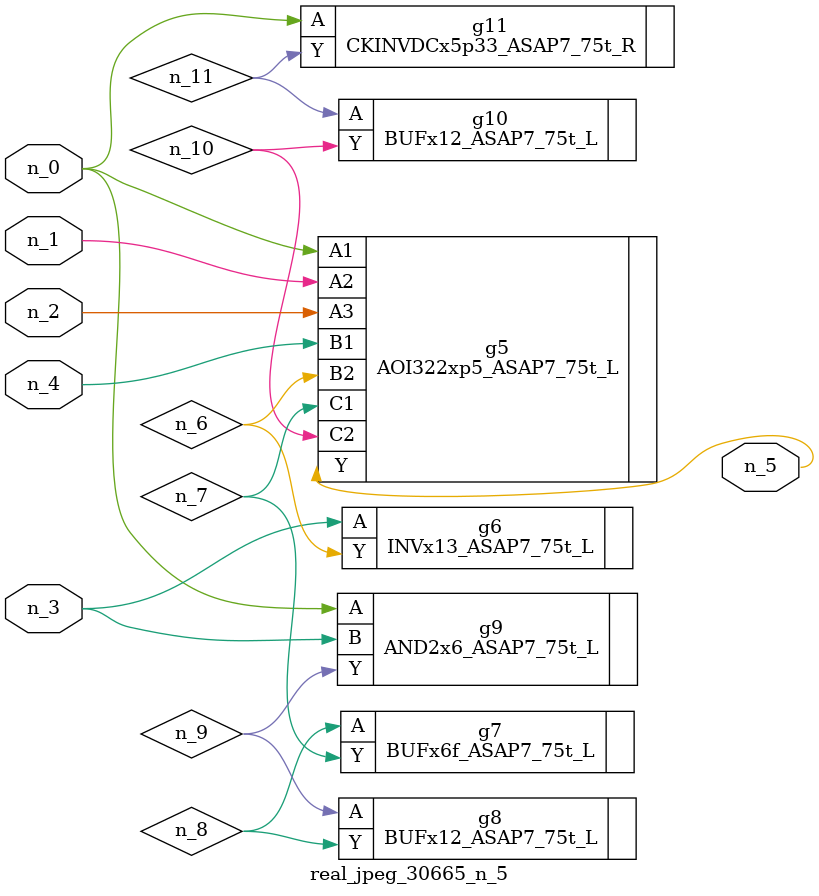
<source format=v>
module real_jpeg_30665_n_5 (n_4, n_0, n_1, n_2, n_3, n_5);

input n_4;
input n_0;
input n_1;
input n_2;
input n_3;

output n_5;

wire n_8;
wire n_11;
wire n_6;
wire n_7;
wire n_10;
wire n_9;

AOI322xp5_ASAP7_75t_L g5 ( 
.A1(n_0),
.A2(n_1),
.A3(n_2),
.B1(n_4),
.B2(n_6),
.C1(n_7),
.C2(n_10),
.Y(n_5)
);

AND2x6_ASAP7_75t_L g9 ( 
.A(n_0),
.B(n_3),
.Y(n_9)
);

CKINVDCx5p33_ASAP7_75t_R g11 ( 
.A(n_0),
.Y(n_11)
);

INVx13_ASAP7_75t_L g6 ( 
.A(n_3),
.Y(n_6)
);

BUFx6f_ASAP7_75t_L g7 ( 
.A(n_8),
.Y(n_7)
);

BUFx12_ASAP7_75t_L g8 ( 
.A(n_9),
.Y(n_8)
);

BUFx12_ASAP7_75t_L g10 ( 
.A(n_11),
.Y(n_10)
);


endmodule
</source>
